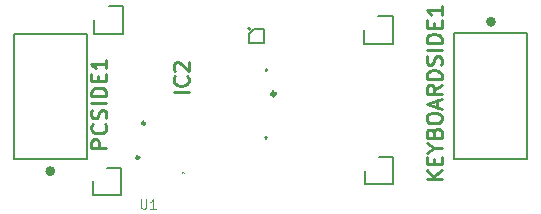
<source format=gbr>
G04 #@! TF.GenerationSoftware,KiCad,Pcbnew,(5.1.6)-1*
G04 #@! TF.CreationDate,2021-12-03T12:33:41+01:00*
G04 #@! TF.ProjectId,USBEMBEDED,55534245-4d42-4454-9445-442e6b696361,rev?*
G04 #@! TF.SameCoordinates,Original*
G04 #@! TF.FileFunction,Legend,Top*
G04 #@! TF.FilePolarity,Positive*
%FSLAX46Y46*%
G04 Gerber Fmt 4.6, Leading zero omitted, Abs format (unit mm)*
G04 Created by KiCad (PCBNEW (5.1.6)-1) date 2021-12-03 12:33:41*
%MOMM*%
%LPD*%
G01*
G04 APERTURE LIST*
%ADD10C,0.200000*%
%ADD11C,0.400000*%
%ADD12C,0.100000*%
%ADD13C,0.250000*%
%ADD14C,0.325000*%
%ADD15C,0.254000*%
%ADD16C,0.015000*%
G04 APERTURE END LIST*
D10*
G04 #@! TO.C,IC4*
X154515000Y-94442000D02*
X155308000Y-94442000D01*
X155308000Y-94442000D02*
X155308000Y-95678000D01*
X155308000Y-95678000D02*
X154072000Y-95678000D01*
X154072000Y-95678000D02*
X154072000Y-94885000D01*
X154072000Y-94885000D02*
X154515000Y-94442000D01*
X154172000Y-94442000D02*
G75*
G03*
X154172000Y-94442000I-100000J0D01*
G01*
G04 #@! TO.C,PCSIDE1*
X134170000Y-105510000D02*
X134170000Y-94890000D01*
X134170000Y-94890000D02*
X140370000Y-94890000D01*
X140370000Y-94890000D02*
X140370000Y-105510000D01*
X140370000Y-105510000D02*
X134170000Y-105510000D01*
D11*
X137457210Y-106507000D02*
G75*
G03*
X137457210Y-106507000I-218210J0D01*
G01*
D10*
G04 #@! TO.C,KEYBOARDSIDE1*
X177610000Y-94840000D02*
X177610000Y-105460000D01*
X177610000Y-105460000D02*
X171410000Y-105460000D01*
X171410000Y-105460000D02*
X171410000Y-94840000D01*
X171410000Y-94840000D02*
X177610000Y-94840000D01*
D11*
X174759210Y-93843000D02*
G75*
G03*
X174759210Y-93843000I-218210J0D01*
G01*
D10*
G04 #@! TO.C,TX1*
X163788000Y-94560000D02*
X163788000Y-95728000D01*
X163788000Y-95728000D02*
X166213000Y-95728000D01*
X166213000Y-95728000D02*
X166213000Y-93392000D01*
X166213000Y-93392000D02*
X165000000Y-93392000D01*
G04 #@! TO.C,RX1*
X163848000Y-106460000D02*
X163848000Y-107628000D01*
X163848000Y-107628000D02*
X166273000Y-107628000D01*
X166273000Y-107628000D02*
X166273000Y-105292000D01*
X166273000Y-105292000D02*
X165060000Y-105292000D01*
D12*
G04 #@! TO.C,IC5*
X148420000Y-106630000D02*
X148420000Y-106630000D01*
X148520000Y-106630000D02*
X148520000Y-106630000D01*
X148420000Y-106630000D02*
G75*
G02*
X148520000Y-106630000I50000J0D01*
G01*
X148520000Y-106630000D02*
G75*
G02*
X148420000Y-106630000I-50000J0D01*
G01*
D10*
G04 #@! TO.C,GND1*
X140968000Y-93700000D02*
X140968000Y-94868000D01*
X140968000Y-94868000D02*
X143393000Y-94868000D01*
X143393000Y-94868000D02*
X143393000Y-92532000D01*
X143393000Y-92532000D02*
X142180000Y-92532000D01*
G04 #@! TO.C,5V+1*
X140818000Y-107360000D02*
X140818000Y-108528000D01*
X140818000Y-108528000D02*
X143243000Y-108528000D01*
X143243000Y-108528000D02*
X143243000Y-106192000D01*
X143243000Y-106192000D02*
X142030000Y-106192000D01*
D13*
G04 #@! TO.C,PS1*
X144755000Y-105345000D02*
G75*
G03*
X144755000Y-105345000I-125000J0D01*
G01*
D14*
G04 #@! TO.C,IC3*
X156288000Y-99945000D02*
G75*
G03*
X156288000Y-99945000I-162500J0D01*
G01*
D13*
G04 #@! TO.C,IC2*
X145255000Y-102445000D02*
G75*
G03*
X145255000Y-102445000I-125000J0D01*
G01*
D10*
G04 #@! TO.C,16Mhz2*
X155510000Y-103540000D02*
X155510000Y-103540000D01*
X155510000Y-103740000D02*
X155510000Y-103740000D01*
X155510000Y-103540000D02*
G75*
G03*
X155510000Y-103740000I0J-100000D01*
G01*
X155510000Y-103740000D02*
G75*
G03*
X155510000Y-103540000I0J100000D01*
G01*
G04 #@! TO.C,16Mhz1*
X155520000Y-97830000D02*
X155520000Y-97830000D01*
X155520000Y-98030000D02*
X155520000Y-98030000D01*
X155520000Y-97830000D02*
G75*
G03*
X155520000Y-98030000I0J-100000D01*
G01*
X155520000Y-98030000D02*
G75*
G03*
X155520000Y-97830000I0J100000D01*
G01*
G04 #@! TO.C,PCSIDE1*
D15*
X141974523Y-104509047D02*
X140704523Y-104509047D01*
X140704523Y-104025238D01*
X140765000Y-103904285D01*
X140825476Y-103843809D01*
X140946428Y-103783333D01*
X141127857Y-103783333D01*
X141248809Y-103843809D01*
X141309285Y-103904285D01*
X141369761Y-104025238D01*
X141369761Y-104509047D01*
X141853571Y-102513333D02*
X141914047Y-102573809D01*
X141974523Y-102755238D01*
X141974523Y-102876190D01*
X141914047Y-103057619D01*
X141793095Y-103178571D01*
X141672142Y-103239047D01*
X141430238Y-103299523D01*
X141248809Y-103299523D01*
X141006904Y-103239047D01*
X140885952Y-103178571D01*
X140765000Y-103057619D01*
X140704523Y-102876190D01*
X140704523Y-102755238D01*
X140765000Y-102573809D01*
X140825476Y-102513333D01*
X141914047Y-102029523D02*
X141974523Y-101848095D01*
X141974523Y-101545714D01*
X141914047Y-101424761D01*
X141853571Y-101364285D01*
X141732619Y-101303809D01*
X141611666Y-101303809D01*
X141490714Y-101364285D01*
X141430238Y-101424761D01*
X141369761Y-101545714D01*
X141309285Y-101787619D01*
X141248809Y-101908571D01*
X141188333Y-101969047D01*
X141067380Y-102029523D01*
X140946428Y-102029523D01*
X140825476Y-101969047D01*
X140765000Y-101908571D01*
X140704523Y-101787619D01*
X140704523Y-101485238D01*
X140765000Y-101303809D01*
X141974523Y-100759523D02*
X140704523Y-100759523D01*
X141974523Y-100154761D02*
X140704523Y-100154761D01*
X140704523Y-99852380D01*
X140765000Y-99670952D01*
X140885952Y-99550000D01*
X141006904Y-99489523D01*
X141248809Y-99429047D01*
X141430238Y-99429047D01*
X141672142Y-99489523D01*
X141793095Y-99550000D01*
X141914047Y-99670952D01*
X141974523Y-99852380D01*
X141974523Y-100154761D01*
X141309285Y-98884761D02*
X141309285Y-98461428D01*
X141974523Y-98280000D02*
X141974523Y-98884761D01*
X140704523Y-98884761D01*
X140704523Y-98280000D01*
X141974523Y-97070476D02*
X141974523Y-97796190D01*
X141974523Y-97433333D02*
X140704523Y-97433333D01*
X140885952Y-97554285D01*
X141006904Y-97675238D01*
X141067380Y-97796190D01*
G04 #@! TO.C,KEYBOARDSIDE1*
X170364523Y-107167380D02*
X169094523Y-107167380D01*
X170364523Y-106441666D02*
X169638809Y-106985952D01*
X169094523Y-106441666D02*
X169820238Y-107167380D01*
X169699285Y-105897380D02*
X169699285Y-105474047D01*
X170364523Y-105292619D02*
X170364523Y-105897380D01*
X169094523Y-105897380D01*
X169094523Y-105292619D01*
X169759761Y-104506428D02*
X170364523Y-104506428D01*
X169094523Y-104929761D02*
X169759761Y-104506428D01*
X169094523Y-104083095D01*
X169699285Y-103236428D02*
X169759761Y-103055000D01*
X169820238Y-102994523D01*
X169941190Y-102934047D01*
X170122619Y-102934047D01*
X170243571Y-102994523D01*
X170304047Y-103055000D01*
X170364523Y-103175952D01*
X170364523Y-103659761D01*
X169094523Y-103659761D01*
X169094523Y-103236428D01*
X169155000Y-103115476D01*
X169215476Y-103055000D01*
X169336428Y-102994523D01*
X169457380Y-102994523D01*
X169578333Y-103055000D01*
X169638809Y-103115476D01*
X169699285Y-103236428D01*
X169699285Y-103659761D01*
X169094523Y-102147857D02*
X169094523Y-101905952D01*
X169155000Y-101785000D01*
X169275952Y-101664047D01*
X169517857Y-101603571D01*
X169941190Y-101603571D01*
X170183095Y-101664047D01*
X170304047Y-101785000D01*
X170364523Y-101905952D01*
X170364523Y-102147857D01*
X170304047Y-102268809D01*
X170183095Y-102389761D01*
X169941190Y-102450238D01*
X169517857Y-102450238D01*
X169275952Y-102389761D01*
X169155000Y-102268809D01*
X169094523Y-102147857D01*
X170001666Y-101119761D02*
X170001666Y-100515000D01*
X170364523Y-101240714D02*
X169094523Y-100817380D01*
X170364523Y-100394047D01*
X170364523Y-99245000D02*
X169759761Y-99668333D01*
X170364523Y-99970714D02*
X169094523Y-99970714D01*
X169094523Y-99486904D01*
X169155000Y-99365952D01*
X169215476Y-99305476D01*
X169336428Y-99245000D01*
X169517857Y-99245000D01*
X169638809Y-99305476D01*
X169699285Y-99365952D01*
X169759761Y-99486904D01*
X169759761Y-99970714D01*
X170364523Y-98700714D02*
X169094523Y-98700714D01*
X169094523Y-98398333D01*
X169155000Y-98216904D01*
X169275952Y-98095952D01*
X169396904Y-98035476D01*
X169638809Y-97975000D01*
X169820238Y-97975000D01*
X170062142Y-98035476D01*
X170183095Y-98095952D01*
X170304047Y-98216904D01*
X170364523Y-98398333D01*
X170364523Y-98700714D01*
X170304047Y-97491190D02*
X170364523Y-97309761D01*
X170364523Y-97007380D01*
X170304047Y-96886428D01*
X170243571Y-96825952D01*
X170122619Y-96765476D01*
X170001666Y-96765476D01*
X169880714Y-96825952D01*
X169820238Y-96886428D01*
X169759761Y-97007380D01*
X169699285Y-97249285D01*
X169638809Y-97370238D01*
X169578333Y-97430714D01*
X169457380Y-97491190D01*
X169336428Y-97491190D01*
X169215476Y-97430714D01*
X169155000Y-97370238D01*
X169094523Y-97249285D01*
X169094523Y-96946904D01*
X169155000Y-96765476D01*
X170364523Y-96221190D02*
X169094523Y-96221190D01*
X170364523Y-95616428D02*
X169094523Y-95616428D01*
X169094523Y-95314047D01*
X169155000Y-95132619D01*
X169275952Y-95011666D01*
X169396904Y-94951190D01*
X169638809Y-94890714D01*
X169820238Y-94890714D01*
X170062142Y-94951190D01*
X170183095Y-95011666D01*
X170304047Y-95132619D01*
X170364523Y-95314047D01*
X170364523Y-95616428D01*
X169699285Y-94346428D02*
X169699285Y-93923095D01*
X170364523Y-93741666D02*
X170364523Y-94346428D01*
X169094523Y-94346428D01*
X169094523Y-93741666D01*
X170364523Y-92532142D02*
X170364523Y-93257857D01*
X170364523Y-92895000D02*
X169094523Y-92895000D01*
X169275952Y-93015952D01*
X169396904Y-93136904D01*
X169457380Y-93257857D01*
G04 #@! TO.C,U1*
D16*
X144920074Y-108898803D02*
X144920074Y-109536224D01*
X144957570Y-109611215D01*
X144995065Y-109648710D01*
X145070056Y-109686205D01*
X145220037Y-109686205D01*
X145295028Y-109648710D01*
X145332523Y-109611215D01*
X145370018Y-109536224D01*
X145370018Y-108898803D01*
X146157420Y-109686205D02*
X145707476Y-109686205D01*
X145932448Y-109686205D02*
X145932448Y-108898803D01*
X145857458Y-109011289D01*
X145782467Y-109086280D01*
X145707476Y-109123775D01*
G04 #@! TO.C,IC2*
D15*
X148954523Y-99809761D02*
X147684523Y-99809761D01*
X148833571Y-98479285D02*
X148894047Y-98539761D01*
X148954523Y-98721190D01*
X148954523Y-98842142D01*
X148894047Y-99023571D01*
X148773095Y-99144523D01*
X148652142Y-99205000D01*
X148410238Y-99265476D01*
X148228809Y-99265476D01*
X147986904Y-99205000D01*
X147865952Y-99144523D01*
X147745000Y-99023571D01*
X147684523Y-98842142D01*
X147684523Y-98721190D01*
X147745000Y-98539761D01*
X147805476Y-98479285D01*
X147805476Y-97995476D02*
X147745000Y-97935000D01*
X147684523Y-97814047D01*
X147684523Y-97511666D01*
X147745000Y-97390714D01*
X147805476Y-97330238D01*
X147926428Y-97269761D01*
X148047380Y-97269761D01*
X148228809Y-97330238D01*
X148954523Y-98055952D01*
X148954523Y-97269761D01*
G04 #@! TD*
M02*

</source>
